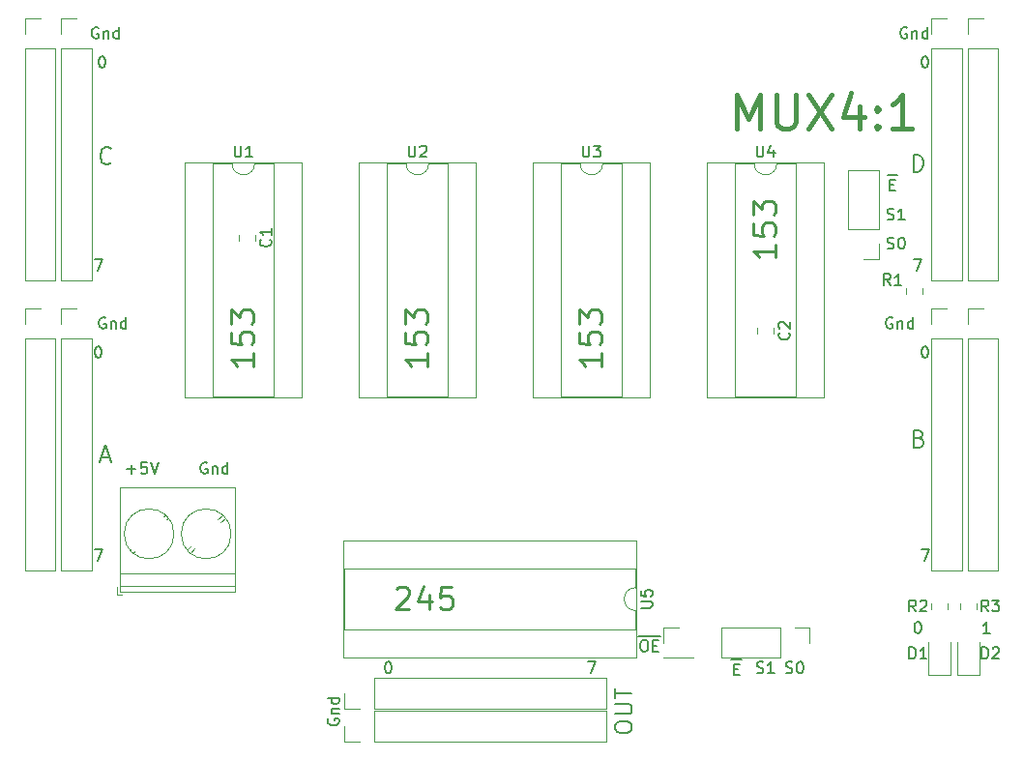
<source format=gbr>
%TF.GenerationSoftware,KiCad,Pcbnew,(5.1.8)-1*%
%TF.CreationDate,2023-02-18T12:33:22+03:00*%
%TF.ProjectId,MUX4x1,4d555834-7831-42e6-9b69-6361645f7063,rev?*%
%TF.SameCoordinates,Original*%
%TF.FileFunction,Legend,Top*%
%TF.FilePolarity,Positive*%
%FSLAX46Y46*%
G04 Gerber Fmt 4.6, Leading zero omitted, Abs format (unit mm)*
G04 Created by KiCad (PCBNEW (5.1.8)-1) date 2023-02-18 12:33:22*
%MOMM*%
%LPD*%
G01*
G04 APERTURE LIST*
%ADD10C,0.400000*%
%ADD11C,0.150000*%
%ADD12C,0.250000*%
%ADD13C,0.200000*%
%ADD14C,0.120000*%
G04 APERTURE END LIST*
D10*
X134668571Y-69302142D02*
X134668571Y-66302142D01*
X135668571Y-68445000D01*
X136668571Y-66302142D01*
X136668571Y-69302142D01*
X138097142Y-66302142D02*
X138097142Y-68730714D01*
X138240000Y-69016428D01*
X138382857Y-69159285D01*
X138668571Y-69302142D01*
X139240000Y-69302142D01*
X139525714Y-69159285D01*
X139668571Y-69016428D01*
X139811428Y-68730714D01*
X139811428Y-66302142D01*
X140954285Y-66302142D02*
X142954285Y-69302142D01*
X142954285Y-66302142D02*
X140954285Y-69302142D01*
X145382857Y-67302142D02*
X145382857Y-69302142D01*
X144668571Y-66159285D02*
X143954285Y-68302142D01*
X145811428Y-68302142D01*
X146954285Y-69016428D02*
X147097142Y-69159285D01*
X146954285Y-69302142D01*
X146811428Y-69159285D01*
X146954285Y-69016428D01*
X146954285Y-69302142D01*
X146954285Y-67445000D02*
X147097142Y-67587857D01*
X146954285Y-67730714D01*
X146811428Y-67587857D01*
X146954285Y-67445000D01*
X146954285Y-67730714D01*
X149954285Y-69302142D02*
X148240000Y-69302142D01*
X149097142Y-69302142D02*
X149097142Y-66302142D01*
X148811428Y-66730714D01*
X148525714Y-67016428D01*
X148240000Y-67159285D01*
D11*
X134167619Y-115798000D02*
X135072380Y-115798000D01*
X134405714Y-116641571D02*
X134739047Y-116641571D01*
X134881904Y-117165380D02*
X134405714Y-117165380D01*
X134405714Y-116165380D01*
X134881904Y-116165380D01*
X136398095Y-116927261D02*
X136540952Y-116974880D01*
X136779047Y-116974880D01*
X136874285Y-116927261D01*
X136921904Y-116879642D01*
X136969523Y-116784404D01*
X136969523Y-116689166D01*
X136921904Y-116593928D01*
X136874285Y-116546309D01*
X136779047Y-116498690D01*
X136588571Y-116451071D01*
X136493333Y-116403452D01*
X136445714Y-116355833D01*
X136398095Y-116260595D01*
X136398095Y-116165357D01*
X136445714Y-116070119D01*
X136493333Y-116022500D01*
X136588571Y-115974880D01*
X136826666Y-115974880D01*
X136969523Y-116022500D01*
X137921904Y-116974880D02*
X137350476Y-116974880D01*
X137636190Y-116974880D02*
X137636190Y-115974880D01*
X137540952Y-116117738D01*
X137445714Y-116212976D01*
X137350476Y-116260595D01*
X138938095Y-116927261D02*
X139080952Y-116974880D01*
X139319047Y-116974880D01*
X139414285Y-116927261D01*
X139461904Y-116879642D01*
X139509523Y-116784404D01*
X139509523Y-116689166D01*
X139461904Y-116593928D01*
X139414285Y-116546309D01*
X139319047Y-116498690D01*
X139128571Y-116451071D01*
X139033333Y-116403452D01*
X138985714Y-116355833D01*
X138938095Y-116260595D01*
X138938095Y-116165357D01*
X138985714Y-116070119D01*
X139033333Y-116022500D01*
X139128571Y-115974880D01*
X139366666Y-115974880D01*
X139509523Y-116022500D01*
X140128571Y-115974880D02*
X140223809Y-115974880D01*
X140319047Y-116022500D01*
X140366666Y-116070119D01*
X140414285Y-116165357D01*
X140461904Y-116355833D01*
X140461904Y-116593928D01*
X140414285Y-116784404D01*
X140366666Y-116879642D01*
X140319047Y-116927261D01*
X140223809Y-116974880D01*
X140128571Y-116974880D01*
X140033333Y-116927261D01*
X139985714Y-116879642D01*
X139938095Y-116784404D01*
X139890476Y-116593928D01*
X139890476Y-116355833D01*
X139938095Y-116165357D01*
X139985714Y-116070119D01*
X140033333Y-116022500D01*
X140128571Y-115974880D01*
X126023809Y-113702500D02*
X127071428Y-113702500D01*
X126452380Y-114069880D02*
X126642857Y-114069880D01*
X126738095Y-114117500D01*
X126833333Y-114212738D01*
X126880952Y-114403214D01*
X126880952Y-114736547D01*
X126833333Y-114927023D01*
X126738095Y-115022261D01*
X126642857Y-115069880D01*
X126452380Y-115069880D01*
X126357142Y-115022261D01*
X126261904Y-114927023D01*
X126214285Y-114736547D01*
X126214285Y-114403214D01*
X126261904Y-114212738D01*
X126357142Y-114117500D01*
X126452380Y-114069880D01*
X127071428Y-113702500D02*
X127976190Y-113702500D01*
X127309523Y-114546071D02*
X127642857Y-114546071D01*
X127785714Y-115069880D02*
X127309523Y-115069880D01*
X127309523Y-114069880D01*
X127785714Y-114069880D01*
D12*
X138064761Y-79438333D02*
X138064761Y-80581190D01*
X138064761Y-80009761D02*
X136064761Y-80009761D01*
X136350476Y-80200238D01*
X136540952Y-80390714D01*
X136636190Y-80581190D01*
X136064761Y-77628809D02*
X136064761Y-78581190D01*
X137017142Y-78676428D01*
X136921904Y-78581190D01*
X136826666Y-78390714D01*
X136826666Y-77914523D01*
X136921904Y-77724047D01*
X137017142Y-77628809D01*
X137207619Y-77533571D01*
X137683809Y-77533571D01*
X137874285Y-77628809D01*
X137969523Y-77724047D01*
X138064761Y-77914523D01*
X138064761Y-78390714D01*
X137969523Y-78581190D01*
X137874285Y-78676428D01*
X136064761Y-76866904D02*
X136064761Y-75628809D01*
X136826666Y-76295476D01*
X136826666Y-76009761D01*
X136921904Y-75819285D01*
X137017142Y-75724047D01*
X137207619Y-75628809D01*
X137683809Y-75628809D01*
X137874285Y-75724047D01*
X137969523Y-75819285D01*
X138064761Y-76009761D01*
X138064761Y-76581190D01*
X137969523Y-76771666D01*
X137874285Y-76866904D01*
X122824761Y-88963333D02*
X122824761Y-90106190D01*
X122824761Y-89534761D02*
X120824761Y-89534761D01*
X121110476Y-89725238D01*
X121300952Y-89915714D01*
X121396190Y-90106190D01*
X120824761Y-87153809D02*
X120824761Y-88106190D01*
X121777142Y-88201428D01*
X121681904Y-88106190D01*
X121586666Y-87915714D01*
X121586666Y-87439523D01*
X121681904Y-87249047D01*
X121777142Y-87153809D01*
X121967619Y-87058571D01*
X122443809Y-87058571D01*
X122634285Y-87153809D01*
X122729523Y-87249047D01*
X122824761Y-87439523D01*
X122824761Y-87915714D01*
X122729523Y-88106190D01*
X122634285Y-88201428D01*
X120824761Y-86391904D02*
X120824761Y-85153809D01*
X121586666Y-85820476D01*
X121586666Y-85534761D01*
X121681904Y-85344285D01*
X121777142Y-85249047D01*
X121967619Y-85153809D01*
X122443809Y-85153809D01*
X122634285Y-85249047D01*
X122729523Y-85344285D01*
X122824761Y-85534761D01*
X122824761Y-86106190D01*
X122729523Y-86296666D01*
X122634285Y-86391904D01*
X107584761Y-88963333D02*
X107584761Y-90106190D01*
X107584761Y-89534761D02*
X105584761Y-89534761D01*
X105870476Y-89725238D01*
X106060952Y-89915714D01*
X106156190Y-90106190D01*
X105584761Y-87153809D02*
X105584761Y-88106190D01*
X106537142Y-88201428D01*
X106441904Y-88106190D01*
X106346666Y-87915714D01*
X106346666Y-87439523D01*
X106441904Y-87249047D01*
X106537142Y-87153809D01*
X106727619Y-87058571D01*
X107203809Y-87058571D01*
X107394285Y-87153809D01*
X107489523Y-87249047D01*
X107584761Y-87439523D01*
X107584761Y-87915714D01*
X107489523Y-88106190D01*
X107394285Y-88201428D01*
X105584761Y-86391904D02*
X105584761Y-85153809D01*
X106346666Y-85820476D01*
X106346666Y-85534761D01*
X106441904Y-85344285D01*
X106537142Y-85249047D01*
X106727619Y-85153809D01*
X107203809Y-85153809D01*
X107394285Y-85249047D01*
X107489523Y-85344285D01*
X107584761Y-85534761D01*
X107584761Y-86106190D01*
X107489523Y-86296666D01*
X107394285Y-86391904D01*
X92344761Y-88963333D02*
X92344761Y-90106190D01*
X92344761Y-89534761D02*
X90344761Y-89534761D01*
X90630476Y-89725238D01*
X90820952Y-89915714D01*
X90916190Y-90106190D01*
X90344761Y-87153809D02*
X90344761Y-88106190D01*
X91297142Y-88201428D01*
X91201904Y-88106190D01*
X91106666Y-87915714D01*
X91106666Y-87439523D01*
X91201904Y-87249047D01*
X91297142Y-87153809D01*
X91487619Y-87058571D01*
X91963809Y-87058571D01*
X92154285Y-87153809D01*
X92249523Y-87249047D01*
X92344761Y-87439523D01*
X92344761Y-87915714D01*
X92249523Y-88106190D01*
X92154285Y-88201428D01*
X90344761Y-86391904D02*
X90344761Y-85153809D01*
X91106666Y-85820476D01*
X91106666Y-85534761D01*
X91201904Y-85344285D01*
X91297142Y-85249047D01*
X91487619Y-85153809D01*
X91963809Y-85153809D01*
X92154285Y-85249047D01*
X92249523Y-85344285D01*
X92344761Y-85534761D01*
X92344761Y-86106190D01*
X92249523Y-86296666D01*
X92154285Y-86391904D01*
X104838809Y-109585238D02*
X104934047Y-109490000D01*
X105124523Y-109394761D01*
X105600714Y-109394761D01*
X105791190Y-109490000D01*
X105886428Y-109585238D01*
X105981666Y-109775714D01*
X105981666Y-109966190D01*
X105886428Y-110251904D01*
X104743571Y-111394761D01*
X105981666Y-111394761D01*
X107695952Y-110061428D02*
X107695952Y-111394761D01*
X107219761Y-109299523D02*
X106743571Y-110728095D01*
X107981666Y-110728095D01*
X109695952Y-109394761D02*
X108743571Y-109394761D01*
X108648333Y-110347142D01*
X108743571Y-110251904D01*
X108934047Y-110156666D01*
X109410238Y-110156666D01*
X109600714Y-110251904D01*
X109695952Y-110347142D01*
X109791190Y-110537619D01*
X109791190Y-111013809D01*
X109695952Y-111204285D01*
X109600714Y-111299523D01*
X109410238Y-111394761D01*
X108934047Y-111394761D01*
X108743571Y-111299523D01*
X108648333Y-111204285D01*
D11*
X78732142Y-60460000D02*
X78636904Y-60412380D01*
X78494047Y-60412380D01*
X78351190Y-60460000D01*
X78255952Y-60555238D01*
X78208333Y-60650476D01*
X78160714Y-60840952D01*
X78160714Y-60983809D01*
X78208333Y-61174285D01*
X78255952Y-61269523D01*
X78351190Y-61364761D01*
X78494047Y-61412380D01*
X78589285Y-61412380D01*
X78732142Y-61364761D01*
X78779761Y-61317142D01*
X78779761Y-60983809D01*
X78589285Y-60983809D01*
X79208333Y-60745714D02*
X79208333Y-61412380D01*
X79208333Y-60840952D02*
X79255952Y-60793333D01*
X79351190Y-60745714D01*
X79494047Y-60745714D01*
X79589285Y-60793333D01*
X79636904Y-60888571D01*
X79636904Y-61412380D01*
X80541666Y-61412380D02*
X80541666Y-60412380D01*
X80541666Y-61364761D02*
X80446428Y-61412380D01*
X80255952Y-61412380D01*
X80160714Y-61364761D01*
X80113095Y-61317142D01*
X80065476Y-61221904D01*
X80065476Y-60936190D01*
X80113095Y-60840952D01*
X80160714Y-60793333D01*
X80255952Y-60745714D01*
X80446428Y-60745714D01*
X80541666Y-60793333D01*
X149534642Y-60460000D02*
X149439404Y-60412380D01*
X149296547Y-60412380D01*
X149153690Y-60460000D01*
X149058452Y-60555238D01*
X149010833Y-60650476D01*
X148963214Y-60840952D01*
X148963214Y-60983809D01*
X149010833Y-61174285D01*
X149058452Y-61269523D01*
X149153690Y-61364761D01*
X149296547Y-61412380D01*
X149391785Y-61412380D01*
X149534642Y-61364761D01*
X149582261Y-61317142D01*
X149582261Y-60983809D01*
X149391785Y-60983809D01*
X150010833Y-60745714D02*
X150010833Y-61412380D01*
X150010833Y-60840952D02*
X150058452Y-60793333D01*
X150153690Y-60745714D01*
X150296547Y-60745714D01*
X150391785Y-60793333D01*
X150439404Y-60888571D01*
X150439404Y-61412380D01*
X151344166Y-61412380D02*
X151344166Y-60412380D01*
X151344166Y-61364761D02*
X151248928Y-61412380D01*
X151058452Y-61412380D01*
X150963214Y-61364761D01*
X150915595Y-61317142D01*
X150867976Y-61221904D01*
X150867976Y-60936190D01*
X150915595Y-60840952D01*
X150963214Y-60793333D01*
X151058452Y-60745714D01*
X151248928Y-60745714D01*
X151344166Y-60793333D01*
X156813214Y-113482380D02*
X156241785Y-113482380D01*
X156527500Y-113482380D02*
X156527500Y-112482380D01*
X156432261Y-112625238D01*
X156337023Y-112720476D01*
X156241785Y-112768095D01*
X150447380Y-112482380D02*
X150542619Y-112482380D01*
X150637857Y-112530000D01*
X150685476Y-112577619D01*
X150733095Y-112672857D01*
X150780714Y-112863333D01*
X150780714Y-113101428D01*
X150733095Y-113291904D01*
X150685476Y-113387142D01*
X150637857Y-113434761D01*
X150542619Y-113482380D01*
X150447380Y-113482380D01*
X150352142Y-113434761D01*
X150304523Y-113387142D01*
X150256904Y-113291904D01*
X150209285Y-113101428D01*
X150209285Y-112863333D01*
X150256904Y-112672857D01*
X150304523Y-112577619D01*
X150352142Y-112530000D01*
X150447380Y-112482380D01*
X81264285Y-99131428D02*
X82026190Y-99131428D01*
X81645238Y-99512380D02*
X81645238Y-98750476D01*
X82978571Y-98512380D02*
X82502380Y-98512380D01*
X82454761Y-98988571D01*
X82502380Y-98940952D01*
X82597619Y-98893333D01*
X82835714Y-98893333D01*
X82930952Y-98940952D01*
X82978571Y-98988571D01*
X83026190Y-99083809D01*
X83026190Y-99321904D01*
X82978571Y-99417142D01*
X82930952Y-99464761D01*
X82835714Y-99512380D01*
X82597619Y-99512380D01*
X82502380Y-99464761D01*
X82454761Y-99417142D01*
X83311904Y-98512380D02*
X83645238Y-99512380D01*
X83978571Y-98512380D01*
X88257142Y-98560000D02*
X88161904Y-98512380D01*
X88019047Y-98512380D01*
X87876190Y-98560000D01*
X87780952Y-98655238D01*
X87733333Y-98750476D01*
X87685714Y-98940952D01*
X87685714Y-99083809D01*
X87733333Y-99274285D01*
X87780952Y-99369523D01*
X87876190Y-99464761D01*
X88019047Y-99512380D01*
X88114285Y-99512380D01*
X88257142Y-99464761D01*
X88304761Y-99417142D01*
X88304761Y-99083809D01*
X88114285Y-99083809D01*
X88733333Y-98845714D02*
X88733333Y-99512380D01*
X88733333Y-98940952D02*
X88780952Y-98893333D01*
X88876190Y-98845714D01*
X89019047Y-98845714D01*
X89114285Y-98893333D01*
X89161904Y-98988571D01*
X89161904Y-99512380D01*
X90066666Y-99512380D02*
X90066666Y-98512380D01*
X90066666Y-99464761D02*
X89971428Y-99512380D01*
X89780952Y-99512380D01*
X89685714Y-99464761D01*
X89638095Y-99417142D01*
X89590476Y-99321904D01*
X89590476Y-99036190D01*
X89638095Y-98940952D01*
X89685714Y-98893333D01*
X89780952Y-98845714D01*
X89971428Y-98845714D01*
X90066666Y-98893333D01*
X121586666Y-115974880D02*
X122253333Y-115974880D01*
X121824761Y-116974880D01*
X104092380Y-115974880D02*
X104187619Y-115974880D01*
X104282857Y-116022500D01*
X104330476Y-116070119D01*
X104378095Y-116165357D01*
X104425714Y-116355833D01*
X104425714Y-116593928D01*
X104378095Y-116784404D01*
X104330476Y-116879642D01*
X104282857Y-116927261D01*
X104187619Y-116974880D01*
X104092380Y-116974880D01*
X103997142Y-116927261D01*
X103949523Y-116879642D01*
X103901904Y-116784404D01*
X103854285Y-116593928D01*
X103854285Y-116355833D01*
X103901904Y-116165357D01*
X103949523Y-116070119D01*
X103997142Y-116022500D01*
X104092380Y-115974880D01*
X78406666Y-106132380D02*
X79073333Y-106132380D01*
X78644761Y-107132380D01*
X78406666Y-80732380D02*
X79073333Y-80732380D01*
X78644761Y-81732380D01*
X150161666Y-80732380D02*
X150828333Y-80732380D01*
X150399761Y-81732380D01*
X150796666Y-106132380D02*
X151463333Y-106132380D01*
X151034761Y-107132380D01*
X151082380Y-62952380D02*
X151177619Y-62952380D01*
X151272857Y-63000000D01*
X151320476Y-63047619D01*
X151368095Y-63142857D01*
X151415714Y-63333333D01*
X151415714Y-63571428D01*
X151368095Y-63761904D01*
X151320476Y-63857142D01*
X151272857Y-63904761D01*
X151177619Y-63952380D01*
X151082380Y-63952380D01*
X150987142Y-63904761D01*
X150939523Y-63857142D01*
X150891904Y-63761904D01*
X150844285Y-63571428D01*
X150844285Y-63333333D01*
X150891904Y-63142857D01*
X150939523Y-63047619D01*
X150987142Y-63000000D01*
X151082380Y-62952380D01*
X151082380Y-88352380D02*
X151177619Y-88352380D01*
X151272857Y-88400000D01*
X151320476Y-88447619D01*
X151368095Y-88542857D01*
X151415714Y-88733333D01*
X151415714Y-88971428D01*
X151368095Y-89161904D01*
X151320476Y-89257142D01*
X151272857Y-89304761D01*
X151177619Y-89352380D01*
X151082380Y-89352380D01*
X150987142Y-89304761D01*
X150939523Y-89257142D01*
X150891904Y-89161904D01*
X150844285Y-88971428D01*
X150844285Y-88733333D01*
X150891904Y-88542857D01*
X150939523Y-88447619D01*
X150987142Y-88400000D01*
X151082380Y-88352380D01*
X78692380Y-88352380D02*
X78787619Y-88352380D01*
X78882857Y-88400000D01*
X78930476Y-88447619D01*
X78978095Y-88542857D01*
X79025714Y-88733333D01*
X79025714Y-88971428D01*
X78978095Y-89161904D01*
X78930476Y-89257142D01*
X78882857Y-89304761D01*
X78787619Y-89352380D01*
X78692380Y-89352380D01*
X78597142Y-89304761D01*
X78549523Y-89257142D01*
X78501904Y-89161904D01*
X78454285Y-88971428D01*
X78454285Y-88733333D01*
X78501904Y-88542857D01*
X78549523Y-88447619D01*
X78597142Y-88400000D01*
X78692380Y-88352380D01*
X79009880Y-62952380D02*
X79105119Y-62952380D01*
X79200357Y-63000000D01*
X79247976Y-63047619D01*
X79295595Y-63142857D01*
X79343214Y-63333333D01*
X79343214Y-63571428D01*
X79295595Y-63761904D01*
X79247976Y-63857142D01*
X79200357Y-63904761D01*
X79105119Y-63952380D01*
X79009880Y-63952380D01*
X78914642Y-63904761D01*
X78867023Y-63857142D01*
X78819404Y-63761904D01*
X78771785Y-63571428D01*
X78771785Y-63333333D01*
X78819404Y-63142857D01*
X78867023Y-63047619D01*
X78914642Y-63000000D01*
X79009880Y-62952380D01*
X148264642Y-85860000D02*
X148169404Y-85812380D01*
X148026547Y-85812380D01*
X147883690Y-85860000D01*
X147788452Y-85955238D01*
X147740833Y-86050476D01*
X147693214Y-86240952D01*
X147693214Y-86383809D01*
X147740833Y-86574285D01*
X147788452Y-86669523D01*
X147883690Y-86764761D01*
X148026547Y-86812380D01*
X148121785Y-86812380D01*
X148264642Y-86764761D01*
X148312261Y-86717142D01*
X148312261Y-86383809D01*
X148121785Y-86383809D01*
X148740833Y-86145714D02*
X148740833Y-86812380D01*
X148740833Y-86240952D02*
X148788452Y-86193333D01*
X148883690Y-86145714D01*
X149026547Y-86145714D01*
X149121785Y-86193333D01*
X149169404Y-86288571D01*
X149169404Y-86812380D01*
X150074166Y-86812380D02*
X150074166Y-85812380D01*
X150074166Y-86764761D02*
X149978928Y-86812380D01*
X149788452Y-86812380D01*
X149693214Y-86764761D01*
X149645595Y-86717142D01*
X149597976Y-86621904D01*
X149597976Y-86336190D01*
X149645595Y-86240952D01*
X149693214Y-86193333D01*
X149788452Y-86145714D01*
X149978928Y-86145714D01*
X150074166Y-86193333D01*
X79367142Y-85860000D02*
X79271904Y-85812380D01*
X79129047Y-85812380D01*
X78986190Y-85860000D01*
X78890952Y-85955238D01*
X78843333Y-86050476D01*
X78795714Y-86240952D01*
X78795714Y-86383809D01*
X78843333Y-86574285D01*
X78890952Y-86669523D01*
X78986190Y-86764761D01*
X79129047Y-86812380D01*
X79224285Y-86812380D01*
X79367142Y-86764761D01*
X79414761Y-86717142D01*
X79414761Y-86383809D01*
X79224285Y-86383809D01*
X79843333Y-86145714D02*
X79843333Y-86812380D01*
X79843333Y-86240952D02*
X79890952Y-86193333D01*
X79986190Y-86145714D01*
X80129047Y-86145714D01*
X80224285Y-86193333D01*
X80271904Y-86288571D01*
X80271904Y-86812380D01*
X81176666Y-86812380D02*
X81176666Y-85812380D01*
X81176666Y-86764761D02*
X81081428Y-86812380D01*
X80890952Y-86812380D01*
X80795714Y-86764761D01*
X80748095Y-86717142D01*
X80700476Y-86621904D01*
X80700476Y-86336190D01*
X80748095Y-86240952D01*
X80795714Y-86193333D01*
X80890952Y-86145714D01*
X81081428Y-86145714D01*
X81176666Y-86193333D01*
X98877500Y-120975357D02*
X98829880Y-121070595D01*
X98829880Y-121213452D01*
X98877500Y-121356309D01*
X98972738Y-121451547D01*
X99067976Y-121499166D01*
X99258452Y-121546785D01*
X99401309Y-121546785D01*
X99591785Y-121499166D01*
X99687023Y-121451547D01*
X99782261Y-121356309D01*
X99829880Y-121213452D01*
X99829880Y-121118214D01*
X99782261Y-120975357D01*
X99734642Y-120927738D01*
X99401309Y-120927738D01*
X99401309Y-121118214D01*
X99163214Y-120499166D02*
X99829880Y-120499166D01*
X99258452Y-120499166D02*
X99210833Y-120451547D01*
X99163214Y-120356309D01*
X99163214Y-120213452D01*
X99210833Y-120118214D01*
X99306071Y-120070595D01*
X99829880Y-120070595D01*
X99829880Y-119165833D02*
X98829880Y-119165833D01*
X99782261Y-119165833D02*
X99829880Y-119261071D01*
X99829880Y-119451547D01*
X99782261Y-119546785D01*
X99734642Y-119594404D01*
X99639404Y-119642023D01*
X99353690Y-119642023D01*
X99258452Y-119594404D01*
X99210833Y-119546785D01*
X99163214Y-119451547D01*
X99163214Y-119261071D01*
X99210833Y-119165833D01*
X147828095Y-79779761D02*
X147970952Y-79827380D01*
X148209047Y-79827380D01*
X148304285Y-79779761D01*
X148351904Y-79732142D01*
X148399523Y-79636904D01*
X148399523Y-79541666D01*
X148351904Y-79446428D01*
X148304285Y-79398809D01*
X148209047Y-79351190D01*
X148018571Y-79303571D01*
X147923333Y-79255952D01*
X147875714Y-79208333D01*
X147828095Y-79113095D01*
X147828095Y-79017857D01*
X147875714Y-78922619D01*
X147923333Y-78875000D01*
X148018571Y-78827380D01*
X148256666Y-78827380D01*
X148399523Y-78875000D01*
X149018571Y-78827380D02*
X149113809Y-78827380D01*
X149209047Y-78875000D01*
X149256666Y-78922619D01*
X149304285Y-79017857D01*
X149351904Y-79208333D01*
X149351904Y-79446428D01*
X149304285Y-79636904D01*
X149256666Y-79732142D01*
X149209047Y-79779761D01*
X149113809Y-79827380D01*
X149018571Y-79827380D01*
X148923333Y-79779761D01*
X148875714Y-79732142D01*
X148828095Y-79636904D01*
X148780476Y-79446428D01*
X148780476Y-79208333D01*
X148828095Y-79017857D01*
X148875714Y-78922619D01*
X148923333Y-78875000D01*
X149018571Y-78827380D01*
X147828095Y-77239761D02*
X147970952Y-77287380D01*
X148209047Y-77287380D01*
X148304285Y-77239761D01*
X148351904Y-77192142D01*
X148399523Y-77096904D01*
X148399523Y-77001666D01*
X148351904Y-76906428D01*
X148304285Y-76858809D01*
X148209047Y-76811190D01*
X148018571Y-76763571D01*
X147923333Y-76715952D01*
X147875714Y-76668333D01*
X147828095Y-76573095D01*
X147828095Y-76477857D01*
X147875714Y-76382619D01*
X147923333Y-76335000D01*
X148018571Y-76287380D01*
X148256666Y-76287380D01*
X148399523Y-76335000D01*
X149351904Y-77287380D02*
X148780476Y-77287380D01*
X149066190Y-77287380D02*
X149066190Y-76287380D01*
X148970952Y-76430238D01*
X148875714Y-76525476D01*
X148780476Y-76573095D01*
X147820119Y-73380000D02*
X148724880Y-73380000D01*
X148058214Y-74223571D02*
X148391547Y-74223571D01*
X148534404Y-74747380D02*
X148058214Y-74747380D01*
X148058214Y-73747380D01*
X148534404Y-73747380D01*
D13*
X150602142Y-96412857D02*
X150816428Y-96484285D01*
X150887857Y-96555714D01*
X150959285Y-96698571D01*
X150959285Y-96912857D01*
X150887857Y-97055714D01*
X150816428Y-97127142D01*
X150673571Y-97198571D01*
X150102142Y-97198571D01*
X150102142Y-95698571D01*
X150602142Y-95698571D01*
X150745000Y-95770000D01*
X150816428Y-95841428D01*
X150887857Y-95984285D01*
X150887857Y-96127142D01*
X150816428Y-96270000D01*
X150745000Y-96341428D01*
X150602142Y-96412857D01*
X150102142Y-96412857D01*
X150102142Y-73068571D02*
X150102142Y-71568571D01*
X150459285Y-71568571D01*
X150673571Y-71640000D01*
X150816428Y-71782857D01*
X150887857Y-71925714D01*
X150959285Y-72211428D01*
X150959285Y-72425714D01*
X150887857Y-72711428D01*
X150816428Y-72854285D01*
X150673571Y-72997142D01*
X150459285Y-73068571D01*
X150102142Y-73068571D01*
X123956071Y-121832500D02*
X123956071Y-121546785D01*
X124027500Y-121403928D01*
X124170357Y-121261071D01*
X124456071Y-121189642D01*
X124956071Y-121189642D01*
X125241785Y-121261071D01*
X125384642Y-121403928D01*
X125456071Y-121546785D01*
X125456071Y-121832500D01*
X125384642Y-121975357D01*
X125241785Y-122118214D01*
X124956071Y-122189642D01*
X124456071Y-122189642D01*
X124170357Y-122118214D01*
X124027500Y-121975357D01*
X123956071Y-121832500D01*
X123956071Y-120546785D02*
X125170357Y-120546785D01*
X125313214Y-120475357D01*
X125384642Y-120403928D01*
X125456071Y-120261071D01*
X125456071Y-119975357D01*
X125384642Y-119832500D01*
X125313214Y-119761071D01*
X125170357Y-119689642D01*
X123956071Y-119689642D01*
X123956071Y-119189642D02*
X123956071Y-118332500D01*
X125456071Y-118761071D02*
X123956071Y-118761071D01*
X79839285Y-72290714D02*
X79767857Y-72362142D01*
X79553571Y-72433571D01*
X79410714Y-72433571D01*
X79196428Y-72362142D01*
X79053571Y-72219285D01*
X78982142Y-72076428D01*
X78910714Y-71790714D01*
X78910714Y-71576428D01*
X78982142Y-71290714D01*
X79053571Y-71147857D01*
X79196428Y-71005000D01*
X79410714Y-70933571D01*
X79553571Y-70933571D01*
X79767857Y-71005000D01*
X79839285Y-71076428D01*
X79017857Y-98040000D02*
X79732142Y-98040000D01*
X78875000Y-98468571D02*
X79375000Y-96968571D01*
X79875000Y-98468571D01*
D14*
%TO.C,J14*%
X133290000Y-112970000D02*
X133290000Y-115630000D01*
X138430000Y-112970000D02*
X133290000Y-112970000D01*
X138430000Y-115630000D02*
X133290000Y-115630000D01*
X138430000Y-112970000D02*
X138430000Y-115630000D01*
X139700000Y-112970000D02*
X141030000Y-112970000D01*
X141030000Y-112970000D02*
X141030000Y-114300000D01*
%TO.C,J13*%
X128210000Y-112970000D02*
X129540000Y-112970000D01*
X128210000Y-114300000D02*
X128210000Y-112970000D01*
X128210000Y-115570000D02*
X130870000Y-115570000D01*
X130870000Y-115570000D02*
X130870000Y-115630000D01*
X128210000Y-115570000D02*
X128210000Y-115630000D01*
X128210000Y-115630000D02*
X130870000Y-115630000D01*
%TO.C,C2*%
X137895000Y-86733748D02*
X137895000Y-87256252D01*
X136425000Y-86733748D02*
X136425000Y-87256252D01*
%TO.C,C1*%
X92492500Y-78563748D02*
X92492500Y-79086252D01*
X91022500Y-78563748D02*
X91022500Y-79086252D01*
%TO.C,J12*%
X123250000Y-122932500D02*
X123250000Y-120272500D01*
X102870000Y-122932500D02*
X123250000Y-122932500D01*
X102870000Y-120272500D02*
X123250000Y-120272500D01*
X102870000Y-122932500D02*
X102870000Y-120272500D01*
X101600000Y-122932500D02*
X100270000Y-122932500D01*
X100270000Y-122932500D02*
X100270000Y-121602500D01*
%TO.C,J11*%
X154880000Y-59630000D02*
X156210000Y-59630000D01*
X154880000Y-60960000D02*
X154880000Y-59630000D01*
X154880000Y-62230000D02*
X157540000Y-62230000D01*
X157540000Y-62230000D02*
X157540000Y-82610000D01*
X154880000Y-62230000D02*
X154880000Y-82610000D01*
X154880000Y-82610000D02*
X157540000Y-82610000D01*
%TO.C,J10*%
X72330000Y-59630000D02*
X73660000Y-59630000D01*
X72330000Y-60960000D02*
X72330000Y-59630000D01*
X72330000Y-62230000D02*
X74990000Y-62230000D01*
X74990000Y-62230000D02*
X74990000Y-82610000D01*
X72330000Y-62230000D02*
X72330000Y-82610000D01*
X72330000Y-82610000D02*
X74990000Y-82610000D01*
%TO.C,J9*%
X154880000Y-85030000D02*
X156210000Y-85030000D01*
X154880000Y-86360000D02*
X154880000Y-85030000D01*
X154880000Y-87630000D02*
X157540000Y-87630000D01*
X157540000Y-87630000D02*
X157540000Y-108010000D01*
X154880000Y-87630000D02*
X154880000Y-108010000D01*
X154880000Y-108010000D02*
X157540000Y-108010000D01*
%TO.C,J8*%
X72330000Y-85030000D02*
X73660000Y-85030000D01*
X72330000Y-86360000D02*
X72330000Y-85030000D01*
X72330000Y-87630000D02*
X74990000Y-87630000D01*
X74990000Y-87630000D02*
X74990000Y-108010000D01*
X72330000Y-87630000D02*
X72330000Y-108010000D01*
X72330000Y-108010000D02*
X74990000Y-108010000D01*
%TO.C,U2*%
X105680000Y-72330000D02*
X104030000Y-72330000D01*
X104030000Y-72330000D02*
X104030000Y-92770000D01*
X104030000Y-92770000D02*
X109330000Y-92770000D01*
X109330000Y-92770000D02*
X109330000Y-72330000D01*
X109330000Y-72330000D02*
X107680000Y-72330000D01*
X101540000Y-72270000D02*
X101540000Y-92830000D01*
X101540000Y-92830000D02*
X111820000Y-92830000D01*
X111820000Y-92830000D02*
X111820000Y-72270000D01*
X111820000Y-72270000D02*
X101540000Y-72270000D01*
X107680000Y-72330000D02*
G75*
G02*
X105680000Y-72330000I-1000000J0D01*
G01*
%TO.C,R1*%
X149442500Y-83275436D02*
X149442500Y-83729564D01*
X150912500Y-83275436D02*
X150912500Y-83729564D01*
%TO.C,J7*%
X147062500Y-80705000D02*
X145732500Y-80705000D01*
X147062500Y-79375000D02*
X147062500Y-80705000D01*
X147062500Y-78105000D02*
X144402500Y-78105000D01*
X144402500Y-78105000D02*
X144402500Y-72965000D01*
X147062500Y-78105000D02*
X147062500Y-72965000D01*
X147062500Y-72965000D02*
X144402500Y-72965000D01*
%TO.C,J1*%
X80385000Y-110075000D02*
X80785000Y-110075000D01*
X80385000Y-109435000D02*
X80385000Y-110075000D01*
X86927000Y-105767000D02*
X86532000Y-106163000D01*
X89573000Y-103121000D02*
X89193000Y-103501000D01*
X87178000Y-106049000D02*
X86798000Y-106429000D01*
X89839000Y-103387000D02*
X89444000Y-103783000D01*
X81637000Y-106056000D02*
X81531000Y-106163000D01*
X84573000Y-103121000D02*
X84466000Y-103228000D01*
X81903000Y-106322000D02*
X81797000Y-106429000D01*
X84839000Y-103387000D02*
X84732000Y-103494000D01*
X90745000Y-100715000D02*
X90745000Y-109835000D01*
X80625000Y-100715000D02*
X80625000Y-109835000D01*
X80625000Y-109835000D02*
X90745000Y-109835000D01*
X80625000Y-100715000D02*
X90745000Y-100715000D01*
X80625000Y-108275000D02*
X90745000Y-108275000D01*
X80625000Y-109375000D02*
X90745000Y-109375000D01*
X90365000Y-104775000D02*
G75*
G03*
X90365000Y-104775000I-2180000J0D01*
G01*
X85365000Y-104775000D02*
G75*
G03*
X85365000Y-104775000I-2180000J0D01*
G01*
%TO.C,J2*%
X75505000Y-85030000D02*
X76835000Y-85030000D01*
X75505000Y-86360000D02*
X75505000Y-85030000D01*
X75505000Y-87630000D02*
X78165000Y-87630000D01*
X78165000Y-87630000D02*
X78165000Y-108010000D01*
X75505000Y-87630000D02*
X75505000Y-108010000D01*
X75505000Y-108010000D02*
X78165000Y-108010000D01*
%TO.C,J3*%
X151705000Y-108010000D02*
X154365000Y-108010000D01*
X151705000Y-87630000D02*
X151705000Y-108010000D01*
X154365000Y-87630000D02*
X154365000Y-108010000D01*
X151705000Y-87630000D02*
X154365000Y-87630000D01*
X151705000Y-86360000D02*
X151705000Y-85030000D01*
X151705000Y-85030000D02*
X153035000Y-85030000D01*
%TO.C,J4*%
X75505000Y-59630000D02*
X76835000Y-59630000D01*
X75505000Y-60960000D02*
X75505000Y-59630000D01*
X75505000Y-62230000D02*
X78165000Y-62230000D01*
X78165000Y-62230000D02*
X78165000Y-82610000D01*
X75505000Y-62230000D02*
X75505000Y-82610000D01*
X75505000Y-82610000D02*
X78165000Y-82610000D01*
%TO.C,J5*%
X151705000Y-82610000D02*
X154365000Y-82610000D01*
X151705000Y-62230000D02*
X151705000Y-82610000D01*
X154365000Y-62230000D02*
X154365000Y-82610000D01*
X151705000Y-62230000D02*
X154365000Y-62230000D01*
X151705000Y-60960000D02*
X151705000Y-59630000D01*
X151705000Y-59630000D02*
X153035000Y-59630000D01*
%TO.C,J6*%
X100270000Y-120075000D02*
X100270000Y-118745000D01*
X101600000Y-120075000D02*
X100270000Y-120075000D01*
X102870000Y-120075000D02*
X102870000Y-117415000D01*
X102870000Y-117415000D02*
X123250000Y-117415000D01*
X102870000Y-120075000D02*
X123250000Y-120075000D01*
X123250000Y-120075000D02*
X123250000Y-117415000D01*
%TO.C,U1*%
X96580000Y-72270000D02*
X86300000Y-72270000D01*
X96580000Y-92830000D02*
X96580000Y-72270000D01*
X86300000Y-92830000D02*
X96580000Y-92830000D01*
X86300000Y-72270000D02*
X86300000Y-92830000D01*
X94090000Y-72330000D02*
X92440000Y-72330000D01*
X94090000Y-92770000D02*
X94090000Y-72330000D01*
X88790000Y-92770000D02*
X94090000Y-92770000D01*
X88790000Y-72330000D02*
X88790000Y-92770000D01*
X90440000Y-72330000D02*
X88790000Y-72330000D01*
X92440000Y-72330000D02*
G75*
G02*
X90440000Y-72330000I-1000000J0D01*
G01*
%TO.C,U3*%
X127060000Y-72270000D02*
X116780000Y-72270000D01*
X127060000Y-92830000D02*
X127060000Y-72270000D01*
X116780000Y-92830000D02*
X127060000Y-92830000D01*
X116780000Y-72270000D02*
X116780000Y-92830000D01*
X124570000Y-72330000D02*
X122920000Y-72330000D01*
X124570000Y-92770000D02*
X124570000Y-72330000D01*
X119270000Y-92770000D02*
X124570000Y-92770000D01*
X119270000Y-72330000D02*
X119270000Y-92770000D01*
X120920000Y-72330000D02*
X119270000Y-72330000D01*
X122920000Y-72330000D02*
G75*
G02*
X120920000Y-72330000I-1000000J0D01*
G01*
%TO.C,U4*%
X136160000Y-72330000D02*
X134510000Y-72330000D01*
X134510000Y-72330000D02*
X134510000Y-92770000D01*
X134510000Y-92770000D02*
X139810000Y-92770000D01*
X139810000Y-92770000D02*
X139810000Y-72330000D01*
X139810000Y-72330000D02*
X138160000Y-72330000D01*
X132020000Y-72270000D02*
X132020000Y-92830000D01*
X132020000Y-92830000D02*
X142300000Y-92830000D01*
X142300000Y-92830000D02*
X142300000Y-72270000D01*
X142300000Y-72270000D02*
X132020000Y-72270000D01*
X138160000Y-72330000D02*
G75*
G02*
X136160000Y-72330000I-1000000J0D01*
G01*
%TO.C,D1*%
X153360000Y-117112500D02*
X153360000Y-114252500D01*
X151440000Y-117112500D02*
X153360000Y-117112500D01*
X151440000Y-114252500D02*
X151440000Y-117112500D01*
%TO.C,D2*%
X153980000Y-114252500D02*
X153980000Y-117112500D01*
X153980000Y-117112500D02*
X155900000Y-117112500D01*
X155900000Y-117112500D02*
X155900000Y-114252500D01*
%TO.C,R2*%
X151665000Y-111352064D02*
X151665000Y-110897936D01*
X153135000Y-111352064D02*
X153135000Y-110897936D01*
%TO.C,R3*%
X155675000Y-111352064D02*
X155675000Y-110897936D01*
X154205000Y-111352064D02*
X154205000Y-110897936D01*
%TO.C,U5*%
X125850000Y-115630000D02*
X125850000Y-105350000D01*
X100210000Y-115630000D02*
X125850000Y-115630000D01*
X100210000Y-105350000D02*
X100210000Y-115630000D01*
X125850000Y-105350000D02*
X100210000Y-105350000D01*
X125790000Y-113140000D02*
X125790000Y-111490000D01*
X100270000Y-113140000D02*
X125790000Y-113140000D01*
X100270000Y-107840000D02*
X100270000Y-113140000D01*
X125790000Y-107840000D02*
X100270000Y-107840000D01*
X125790000Y-109490000D02*
X125790000Y-107840000D01*
X125790000Y-111490000D02*
G75*
G02*
X125790000Y-109490000I0J1000000D01*
G01*
%TO.C,C2*%
D11*
X139197142Y-87161666D02*
X139244761Y-87209285D01*
X139292380Y-87352142D01*
X139292380Y-87447380D01*
X139244761Y-87590238D01*
X139149523Y-87685476D01*
X139054285Y-87733095D01*
X138863809Y-87780714D01*
X138720952Y-87780714D01*
X138530476Y-87733095D01*
X138435238Y-87685476D01*
X138340000Y-87590238D01*
X138292380Y-87447380D01*
X138292380Y-87352142D01*
X138340000Y-87209285D01*
X138387619Y-87161666D01*
X138387619Y-86780714D02*
X138340000Y-86733095D01*
X138292380Y-86637857D01*
X138292380Y-86399761D01*
X138340000Y-86304523D01*
X138387619Y-86256904D01*
X138482857Y-86209285D01*
X138578095Y-86209285D01*
X138720952Y-86256904D01*
X139292380Y-86828333D01*
X139292380Y-86209285D01*
%TO.C,C1*%
X93794642Y-78991666D02*
X93842261Y-79039285D01*
X93889880Y-79182142D01*
X93889880Y-79277380D01*
X93842261Y-79420238D01*
X93747023Y-79515476D01*
X93651785Y-79563095D01*
X93461309Y-79610714D01*
X93318452Y-79610714D01*
X93127976Y-79563095D01*
X93032738Y-79515476D01*
X92937500Y-79420238D01*
X92889880Y-79277380D01*
X92889880Y-79182142D01*
X92937500Y-79039285D01*
X92985119Y-78991666D01*
X93889880Y-78039285D02*
X93889880Y-78610714D01*
X93889880Y-78325000D02*
X92889880Y-78325000D01*
X93032738Y-78420238D01*
X93127976Y-78515476D01*
X93175595Y-78610714D01*
%TO.C,U2*%
X105918095Y-70782380D02*
X105918095Y-71591904D01*
X105965714Y-71687142D01*
X106013333Y-71734761D01*
X106108571Y-71782380D01*
X106299047Y-71782380D01*
X106394285Y-71734761D01*
X106441904Y-71687142D01*
X106489523Y-71591904D01*
X106489523Y-70782380D01*
X106918095Y-70877619D02*
X106965714Y-70830000D01*
X107060952Y-70782380D01*
X107299047Y-70782380D01*
X107394285Y-70830000D01*
X107441904Y-70877619D01*
X107489523Y-70972857D01*
X107489523Y-71068095D01*
X107441904Y-71210952D01*
X106870476Y-71782380D01*
X107489523Y-71782380D01*
%TO.C,R1*%
X148105833Y-83002380D02*
X147772500Y-82526190D01*
X147534404Y-83002380D02*
X147534404Y-82002380D01*
X147915357Y-82002380D01*
X148010595Y-82050000D01*
X148058214Y-82097619D01*
X148105833Y-82192857D01*
X148105833Y-82335714D01*
X148058214Y-82430952D01*
X148010595Y-82478571D01*
X147915357Y-82526190D01*
X147534404Y-82526190D01*
X149058214Y-83002380D02*
X148486785Y-83002380D01*
X148772500Y-83002380D02*
X148772500Y-82002380D01*
X148677261Y-82145238D01*
X148582023Y-82240476D01*
X148486785Y-82288095D01*
%TO.C,U1*%
X90678095Y-70782380D02*
X90678095Y-71591904D01*
X90725714Y-71687142D01*
X90773333Y-71734761D01*
X90868571Y-71782380D01*
X91059047Y-71782380D01*
X91154285Y-71734761D01*
X91201904Y-71687142D01*
X91249523Y-71591904D01*
X91249523Y-70782380D01*
X92249523Y-71782380D02*
X91678095Y-71782380D01*
X91963809Y-71782380D02*
X91963809Y-70782380D01*
X91868571Y-70925238D01*
X91773333Y-71020476D01*
X91678095Y-71068095D01*
%TO.C,U3*%
X121158095Y-70782380D02*
X121158095Y-71591904D01*
X121205714Y-71687142D01*
X121253333Y-71734761D01*
X121348571Y-71782380D01*
X121539047Y-71782380D01*
X121634285Y-71734761D01*
X121681904Y-71687142D01*
X121729523Y-71591904D01*
X121729523Y-70782380D01*
X122110476Y-70782380D02*
X122729523Y-70782380D01*
X122396190Y-71163333D01*
X122539047Y-71163333D01*
X122634285Y-71210952D01*
X122681904Y-71258571D01*
X122729523Y-71353809D01*
X122729523Y-71591904D01*
X122681904Y-71687142D01*
X122634285Y-71734761D01*
X122539047Y-71782380D01*
X122253333Y-71782380D01*
X122158095Y-71734761D01*
X122110476Y-71687142D01*
%TO.C,U4*%
X136398095Y-70782380D02*
X136398095Y-71591904D01*
X136445714Y-71687142D01*
X136493333Y-71734761D01*
X136588571Y-71782380D01*
X136779047Y-71782380D01*
X136874285Y-71734761D01*
X136921904Y-71687142D01*
X136969523Y-71591904D01*
X136969523Y-70782380D01*
X137874285Y-71115714D02*
X137874285Y-71782380D01*
X137636190Y-70734761D02*
X137398095Y-71449047D01*
X138017142Y-71449047D01*
%TO.C,D1*%
X149756904Y-115704880D02*
X149756904Y-114704880D01*
X149995000Y-114704880D01*
X150137857Y-114752500D01*
X150233095Y-114847738D01*
X150280714Y-114942976D01*
X150328333Y-115133452D01*
X150328333Y-115276309D01*
X150280714Y-115466785D01*
X150233095Y-115562023D01*
X150137857Y-115657261D01*
X149995000Y-115704880D01*
X149756904Y-115704880D01*
X151280714Y-115704880D02*
X150709285Y-115704880D01*
X150995000Y-115704880D02*
X150995000Y-114704880D01*
X150899761Y-114847738D01*
X150804523Y-114942976D01*
X150709285Y-114990595D01*
%TO.C,D2*%
X156106904Y-115704880D02*
X156106904Y-114704880D01*
X156345000Y-114704880D01*
X156487857Y-114752500D01*
X156583095Y-114847738D01*
X156630714Y-114942976D01*
X156678333Y-115133452D01*
X156678333Y-115276309D01*
X156630714Y-115466785D01*
X156583095Y-115562023D01*
X156487857Y-115657261D01*
X156345000Y-115704880D01*
X156106904Y-115704880D01*
X157059285Y-114800119D02*
X157106904Y-114752500D01*
X157202142Y-114704880D01*
X157440238Y-114704880D01*
X157535476Y-114752500D01*
X157583095Y-114800119D01*
X157630714Y-114895357D01*
X157630714Y-114990595D01*
X157583095Y-115133452D01*
X157011666Y-115704880D01*
X157630714Y-115704880D01*
%TO.C,R2*%
X150328333Y-111577380D02*
X149995000Y-111101190D01*
X149756904Y-111577380D02*
X149756904Y-110577380D01*
X150137857Y-110577380D01*
X150233095Y-110625000D01*
X150280714Y-110672619D01*
X150328333Y-110767857D01*
X150328333Y-110910714D01*
X150280714Y-111005952D01*
X150233095Y-111053571D01*
X150137857Y-111101190D01*
X149756904Y-111101190D01*
X150709285Y-110672619D02*
X150756904Y-110625000D01*
X150852142Y-110577380D01*
X151090238Y-110577380D01*
X151185476Y-110625000D01*
X151233095Y-110672619D01*
X151280714Y-110767857D01*
X151280714Y-110863095D01*
X151233095Y-111005952D01*
X150661666Y-111577380D01*
X151280714Y-111577380D01*
%TO.C,R3*%
X156678333Y-111577380D02*
X156345000Y-111101190D01*
X156106904Y-111577380D02*
X156106904Y-110577380D01*
X156487857Y-110577380D01*
X156583095Y-110625000D01*
X156630714Y-110672619D01*
X156678333Y-110767857D01*
X156678333Y-110910714D01*
X156630714Y-111005952D01*
X156583095Y-111053571D01*
X156487857Y-111101190D01*
X156106904Y-111101190D01*
X157011666Y-110577380D02*
X157630714Y-110577380D01*
X157297380Y-110958333D01*
X157440238Y-110958333D01*
X157535476Y-111005952D01*
X157583095Y-111053571D01*
X157630714Y-111148809D01*
X157630714Y-111386904D01*
X157583095Y-111482142D01*
X157535476Y-111529761D01*
X157440238Y-111577380D01*
X157154523Y-111577380D01*
X157059285Y-111529761D01*
X157011666Y-111482142D01*
%TO.C,U5*%
X126242380Y-111251904D02*
X127051904Y-111251904D01*
X127147142Y-111204285D01*
X127194761Y-111156666D01*
X127242380Y-111061428D01*
X127242380Y-110870952D01*
X127194761Y-110775714D01*
X127147142Y-110728095D01*
X127051904Y-110680476D01*
X126242380Y-110680476D01*
X126242380Y-109728095D02*
X126242380Y-110204285D01*
X126718571Y-110251904D01*
X126670952Y-110204285D01*
X126623333Y-110109047D01*
X126623333Y-109870952D01*
X126670952Y-109775714D01*
X126718571Y-109728095D01*
X126813809Y-109680476D01*
X127051904Y-109680476D01*
X127147142Y-109728095D01*
X127194761Y-109775714D01*
X127242380Y-109870952D01*
X127242380Y-110109047D01*
X127194761Y-110204285D01*
X127147142Y-110251904D01*
%TD*%
M02*

</source>
